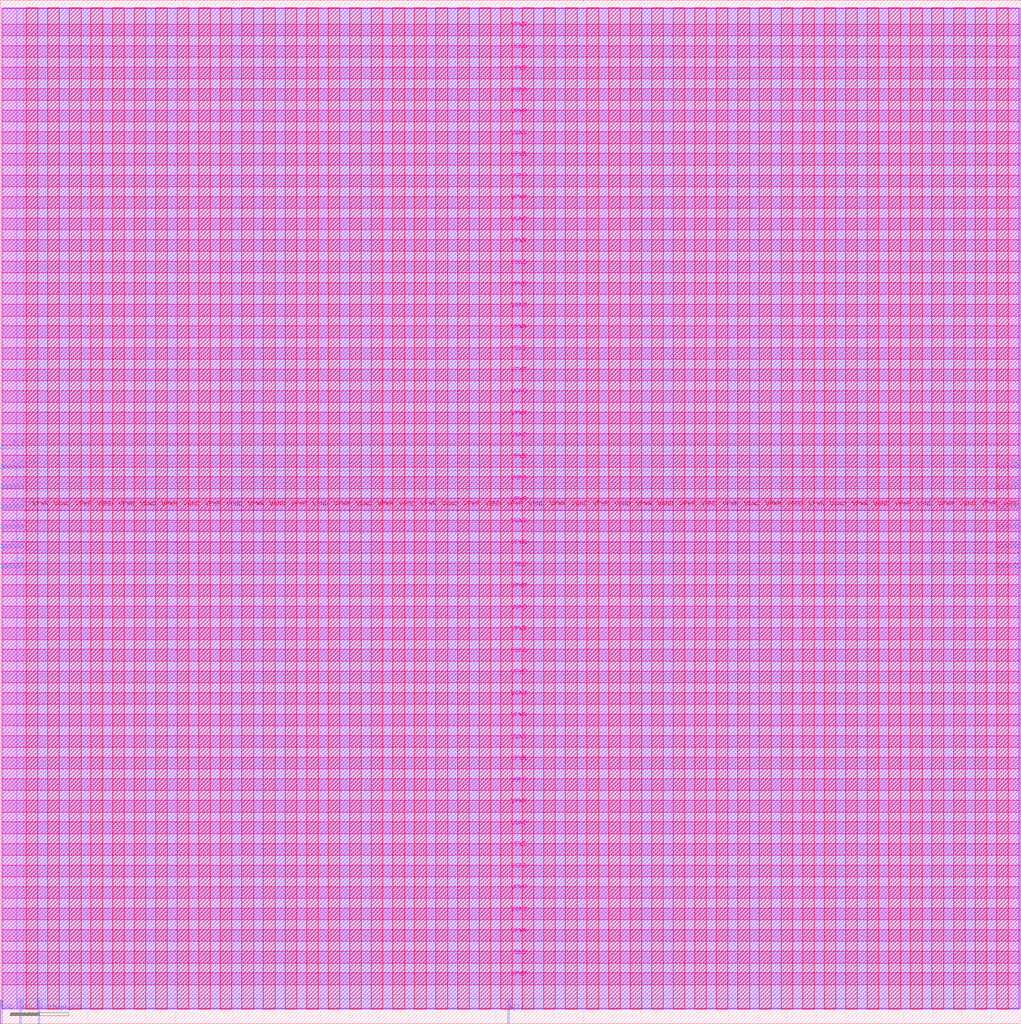
<source format=lef>
VERSION 5.7 ;
  NOWIREEXTENSIONATPIN ON ;
  DIVIDERCHAR "/" ;
  BUSBITCHARS "[]" ;
MACRO FourBitFullAdder
  CLASS BLOCK ;
  FOREIGN FourBitFullAdder ;
  ORIGIN 0.000 0.000 ;
  SIZE 175.175 BY 175.625 ;
  PIN A[0]
    DIRECTION INPUT ;
    USE SIGNAL ;
    ANTENNAGATEAREA 7610.729980 ;
    ANTENNADIFFAREA 694.077759 ;
    PORT
      LAYER met3 ;
        RECT 171.175 78.240 175.175 78.840 ;
    END
  END A[0]
  PIN A[1]
    DIRECTION INPUT ;
    USE SIGNAL ;
    ANTENNAGATEAREA 0.196500 ;
    PORT
      LAYER met2 ;
        RECT 87.030 0.000 87.310 4.000 ;
    END
  END A[1]
  PIN A[2]
    DIRECTION INPUT ;
    USE SIGNAL ;
    ANTENNAGATEAREA 0.196500 ;
    PORT
      LAYER met3 ;
        RECT 0.000 78.240 4.000 78.840 ;
    END
  END A[2]
  PIN A[3]
    DIRECTION INPUT ;
    USE SIGNAL ;
    ANTENNAGATEAREA 0.196500 ;
    PORT
      LAYER met3 ;
        RECT 0.000 85.040 4.000 85.640 ;
    END
  END A[3]
  PIN B[0]
    DIRECTION INPUT ;
    USE SIGNAL ;
    ANTENNAGATEAREA 0.196500 ;
    PORT
      LAYER met3 ;
        RECT 171.175 81.640 175.175 82.240 ;
    END
  END B[0]
  PIN B[1]
    DIRECTION INPUT ;
    USE SIGNAL ;
    ANTENNAGATEAREA 0.196500 ;
    PORT
      LAYER met3 ;
        RECT 171.175 85.040 175.175 85.640 ;
    END
  END B[1]
  PIN B[2]
    DIRECTION INPUT ;
    USE SIGNAL ;
    ANTENNAGATEAREA 0.196500 ;
    PORT
      LAYER met3 ;
        RECT 0.000 81.640 4.000 82.240 ;
    END
  END B[2]
  PIN B[3]
    DIRECTION INPUT ;
    USE SIGNAL ;
    ANTENNAGATEAREA 0.196500 ;
    PORT
      LAYER met3 ;
        RECT 0.000 98.640 4.000 99.240 ;
    END
  END B[3]
  PIN Cin
    DIRECTION INPUT ;
    USE SIGNAL ;
    ANTENNAGATEAREA 0.196500 ;
    PORT
      LAYER met3 ;
        RECT 171.175 88.440 175.175 89.040 ;
    END
  END Cin
  PIN Cout
    DIRECTION OUTPUT ;
    USE SIGNAL ;
    ANTENNADIFFAREA 0.340600 ;
    PORT
      LAYER met3 ;
        RECT 0.000 91.840 4.000 92.440 ;
    END
  END Cout
  PIN GND
    DIRECTION INPUT ;
    USE SIGNAL ;
    PORT
      LAYER met2 ;
        RECT 0.090 0.000 0.370 4.000 ;
    END
  END GND
  PIN Sum[0]
    DIRECTION OUTPUT ;
    USE SIGNAL ;
    ANTENNAGATEAREA 7610.533203 ;
    ANTENNADIFFAREA 694.077759 ;
    PORT
      LAYER met3 ;
        RECT 171.175 95.240 175.175 95.840 ;
    END
  END Sum[0]
  PIN Sum[1]
    DIRECTION OUTPUT ;
    USE SIGNAL ;
    ANTENNADIFFAREA 0.340600 ;
    PORT
      LAYER met3 ;
        RECT 171.175 91.840 175.175 92.440 ;
    END
  END Sum[1]
  PIN Sum[2]
    DIRECTION OUTPUT ;
    USE SIGNAL ;
    ANTENNADIFFAREA 0.340600 ;
    PORT
      LAYER met3 ;
        RECT 0.000 88.440 4.000 89.040 ;
    END
  END Sum[2]
  PIN Sum[3]
    DIRECTION OUTPUT ;
    USE SIGNAL ;
    ANTENNADIFFAREA 0.340600 ;
    PORT
      LAYER met3 ;
        RECT 0.000 95.240 4.000 95.840 ;
    END
  END Sum[3]
  PIN VDD
    DIRECTION INPUT ;
    USE SIGNAL ;
    PORT
      LAYER met2 ;
        RECT 3.310 0.000 3.590 4.000 ;
    END
  END VDD
  PIN VGND
    DIRECTION INOUT ;
    USE GROUND ;
    PORT
      LAYER met4 ;
        RECT 8.160 2.480 10.160 174.320 ;
    END
    PORT
      LAYER met4 ;
        RECT 15.560 2.480 17.560 174.320 ;
    END
    PORT
      LAYER met4 ;
        RECT 22.960 2.480 24.960 174.320 ;
    END
    PORT
      LAYER met4 ;
        RECT 30.360 2.480 32.360 174.320 ;
    END
    PORT
      LAYER met4 ;
        RECT 37.760 2.480 39.760 174.320 ;
    END
    PORT
      LAYER met4 ;
        RECT 45.160 2.480 47.160 174.320 ;
    END
    PORT
      LAYER met4 ;
        RECT 52.560 2.480 54.560 174.320 ;
    END
    PORT
      LAYER met4 ;
        RECT 59.960 2.480 61.960 174.320 ;
    END
    PORT
      LAYER met4 ;
        RECT 67.360 2.480 69.360 174.320 ;
    END
    PORT
      LAYER met4 ;
        RECT 74.760 2.480 76.760 174.320 ;
    END
    PORT
      LAYER met4 ;
        RECT 82.160 2.480 84.160 174.320 ;
    END
    PORT
      LAYER met4 ;
        RECT 89.560 2.480 91.560 174.320 ;
    END
    PORT
      LAYER met4 ;
        RECT 96.960 2.480 98.960 174.320 ;
    END
    PORT
      LAYER met4 ;
        RECT 104.360 2.480 106.360 174.320 ;
    END
    PORT
      LAYER met4 ;
        RECT 111.760 2.480 113.760 174.320 ;
    END
    PORT
      LAYER met4 ;
        RECT 119.160 2.480 121.160 174.320 ;
    END
    PORT
      LAYER met4 ;
        RECT 126.560 2.480 128.560 174.320 ;
    END
    PORT
      LAYER met4 ;
        RECT 133.960 2.480 135.960 174.320 ;
    END
    PORT
      LAYER met4 ;
        RECT 141.360 2.480 143.360 174.320 ;
    END
    PORT
      LAYER met4 ;
        RECT 148.760 2.480 150.760 174.320 ;
    END
    PORT
      LAYER met4 ;
        RECT 156.160 2.480 158.160 174.320 ;
    END
    PORT
      LAYER met4 ;
        RECT 163.560 2.480 165.560 174.320 ;
    END
    PORT
      LAYER met4 ;
        RECT 170.960 2.480 172.960 174.320 ;
    END
    PORT
      LAYER met5 ;
        RECT 0.220 10.420 175.040 12.420 ;
    END
    PORT
      LAYER met5 ;
        RECT 0.220 17.820 175.040 19.820 ;
    END
    PORT
      LAYER met5 ;
        RECT 0.220 25.220 175.040 27.220 ;
    END
    PORT
      LAYER met5 ;
        RECT 0.220 32.620 175.040 34.620 ;
    END
    PORT
      LAYER met5 ;
        RECT 0.220 40.020 175.040 42.020 ;
    END
    PORT
      LAYER met5 ;
        RECT 0.220 47.420 175.040 49.420 ;
    END
    PORT
      LAYER met5 ;
        RECT 0.220 54.820 175.040 56.820 ;
    END
    PORT
      LAYER met5 ;
        RECT 0.220 62.220 175.040 64.220 ;
    END
    PORT
      LAYER met5 ;
        RECT 0.220 69.620 175.040 71.620 ;
    END
    PORT
      LAYER met5 ;
        RECT 0.220 77.020 175.040 79.020 ;
    END
    PORT
      LAYER met5 ;
        RECT 0.220 84.420 175.040 86.420 ;
    END
    PORT
      LAYER met5 ;
        RECT 0.220 91.820 175.040 93.820 ;
    END
    PORT
      LAYER met5 ;
        RECT 0.220 99.220 175.040 101.220 ;
    END
    PORT
      LAYER met5 ;
        RECT 0.220 106.620 175.040 108.620 ;
    END
    PORT
      LAYER met5 ;
        RECT 0.220 114.020 175.040 116.020 ;
    END
    PORT
      LAYER met5 ;
        RECT 0.220 121.420 175.040 123.420 ;
    END
    PORT
      LAYER met5 ;
        RECT 0.220 128.820 175.040 130.820 ;
    END
    PORT
      LAYER met5 ;
        RECT 0.220 136.220 175.040 138.220 ;
    END
    PORT
      LAYER met5 ;
        RECT 0.220 143.620 175.040 145.620 ;
    END
    PORT
      LAYER met5 ;
        RECT 0.220 151.020 175.040 153.020 ;
    END
    PORT
      LAYER met5 ;
        RECT 0.220 158.420 175.040 160.420 ;
    END
    PORT
      LAYER met5 ;
        RECT 0.220 165.820 175.040 167.820 ;
    END
  END VGND
  PIN VPWR
    DIRECTION INOUT ;
    USE POWER ;
    PORT
      LAYER met4 ;
        RECT 4.460 2.480 6.460 174.320 ;
    END
    PORT
      LAYER met4 ;
        RECT 11.860 2.480 13.860 174.320 ;
    END
    PORT
      LAYER met4 ;
        RECT 19.260 2.480 21.260 174.320 ;
    END
    PORT
      LAYER met4 ;
        RECT 26.660 2.480 28.660 174.320 ;
    END
    PORT
      LAYER met4 ;
        RECT 34.060 2.480 36.060 174.320 ;
    END
    PORT
      LAYER met4 ;
        RECT 41.460 2.480 43.460 174.320 ;
    END
    PORT
      LAYER met4 ;
        RECT 48.860 2.480 50.860 174.320 ;
    END
    PORT
      LAYER met4 ;
        RECT 56.260 2.480 58.260 174.320 ;
    END
    PORT
      LAYER met4 ;
        RECT 63.660 2.480 65.660 174.320 ;
    END
    PORT
      LAYER met4 ;
        RECT 71.060 2.480 73.060 174.320 ;
    END
    PORT
      LAYER met4 ;
        RECT 78.460 2.480 80.460 174.320 ;
    END
    PORT
      LAYER met4 ;
        RECT 85.860 2.480 87.860 174.320 ;
    END
    PORT
      LAYER met4 ;
        RECT 93.260 2.480 95.260 174.320 ;
    END
    PORT
      LAYER met4 ;
        RECT 100.660 2.480 102.660 174.320 ;
    END
    PORT
      LAYER met4 ;
        RECT 108.060 2.480 110.060 174.320 ;
    END
    PORT
      LAYER met4 ;
        RECT 115.460 2.480 117.460 174.320 ;
    END
    PORT
      LAYER met4 ;
        RECT 122.860 2.480 124.860 174.320 ;
    END
    PORT
      LAYER met4 ;
        RECT 130.260 2.480 132.260 174.320 ;
    END
    PORT
      LAYER met4 ;
        RECT 137.660 2.480 139.660 174.320 ;
    END
    PORT
      LAYER met4 ;
        RECT 145.060 2.480 147.060 174.320 ;
    END
    PORT
      LAYER met4 ;
        RECT 152.460 2.480 154.460 174.320 ;
    END
    PORT
      LAYER met4 ;
        RECT 159.860 2.480 161.860 174.320 ;
    END
    PORT
      LAYER met4 ;
        RECT 167.260 2.480 169.260 174.320 ;
    END
    PORT
      LAYER met5 ;
        RECT 0.220 6.720 175.040 8.720 ;
    END
    PORT
      LAYER met5 ;
        RECT 0.220 14.120 175.040 16.120 ;
    END
    PORT
      LAYER met5 ;
        RECT 0.220 21.520 175.040 23.520 ;
    END
    PORT
      LAYER met5 ;
        RECT 0.220 28.920 175.040 30.920 ;
    END
    PORT
      LAYER met5 ;
        RECT 0.220 36.320 175.040 38.320 ;
    END
    PORT
      LAYER met5 ;
        RECT 0.220 43.720 175.040 45.720 ;
    END
    PORT
      LAYER met5 ;
        RECT 0.220 51.120 175.040 53.120 ;
    END
    PORT
      LAYER met5 ;
        RECT 0.220 58.520 175.040 60.520 ;
    END
    PORT
      LAYER met5 ;
        RECT 0.220 65.920 175.040 67.920 ;
    END
    PORT
      LAYER met5 ;
        RECT 0.220 73.320 175.040 75.320 ;
    END
    PORT
      LAYER met5 ;
        RECT 0.220 80.720 175.040 82.720 ;
    END
    PORT
      LAYER met5 ;
        RECT 0.220 88.120 175.040 90.120 ;
    END
    PORT
      LAYER met5 ;
        RECT 0.220 95.520 175.040 97.520 ;
    END
    PORT
      LAYER met5 ;
        RECT 0.220 102.920 175.040 104.920 ;
    END
    PORT
      LAYER met5 ;
        RECT 0.220 110.320 175.040 112.320 ;
    END
    PORT
      LAYER met5 ;
        RECT 0.220 117.720 175.040 119.720 ;
    END
    PORT
      LAYER met5 ;
        RECT 0.220 125.120 175.040 127.120 ;
    END
    PORT
      LAYER met5 ;
        RECT 0.220 132.520 175.040 134.520 ;
    END
    PORT
      LAYER met5 ;
        RECT 0.220 139.920 175.040 141.920 ;
    END
    PORT
      LAYER met5 ;
        RECT 0.220 147.320 175.040 149.320 ;
    END
    PORT
      LAYER met5 ;
        RECT 0.220 154.720 175.040 156.720 ;
    END
    PORT
      LAYER met5 ;
        RECT 0.220 162.120 175.040 164.120 ;
    END
    PORT
      LAYER met5 ;
        RECT 0.220 169.520 175.040 171.520 ;
    END
  END VPWR
  PIN virtual_clk
    DIRECTION INPUT ;
    USE SIGNAL ;
    PORT
      LAYER met2 ;
        RECT 6.530 0.000 6.810 4.000 ;
    END
  END virtual_clk
  OBS
      LAYER nwell ;
        RECT 0.270 2.635 174.990 174.270 ;
      LAYER li1 ;
        RECT 0.460 2.635 174.800 174.165 ;
      LAYER met1 ;
        RECT 0.460 2.480 174.800 174.320 ;
      LAYER met2 ;
        RECT 2.860 4.280 174.710 174.265 ;
        RECT 2.860 2.535 3.030 4.280 ;
        RECT 3.870 2.535 6.250 4.280 ;
        RECT 7.090 2.535 86.750 4.280 ;
        RECT 87.590 2.535 174.710 4.280 ;
      LAYER met3 ;
        RECT 4.000 99.640 172.950 174.245 ;
        RECT 4.400 98.240 172.950 99.640 ;
        RECT 4.000 96.240 172.950 98.240 ;
        RECT 4.400 94.840 170.775 96.240 ;
        RECT 4.000 92.840 172.950 94.840 ;
        RECT 4.400 91.440 170.775 92.840 ;
        RECT 4.000 89.440 172.950 91.440 ;
        RECT 4.400 88.040 170.775 89.440 ;
        RECT 4.000 86.040 172.950 88.040 ;
        RECT 4.400 84.640 170.775 86.040 ;
        RECT 4.000 82.640 172.950 84.640 ;
        RECT 4.400 81.240 170.775 82.640 ;
        RECT 4.000 79.240 172.950 81.240 ;
        RECT 4.400 77.840 170.775 79.240 ;
        RECT 4.000 2.555 172.950 77.840 ;
  END
END FourBitFullAdder
END LIBRARY


</source>
